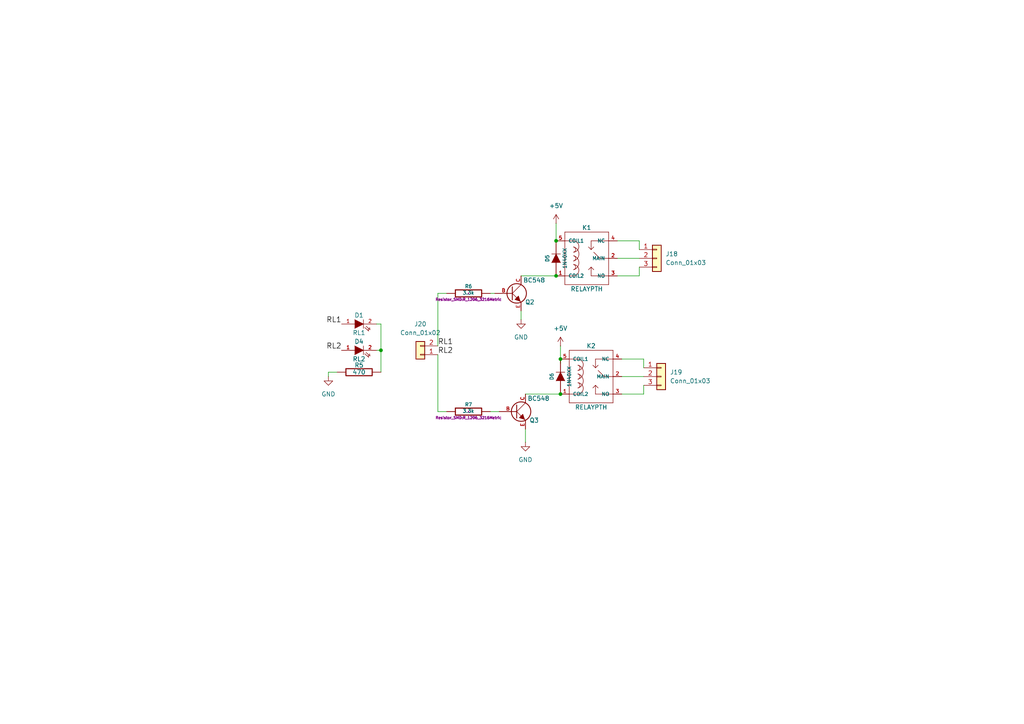
<source format=kicad_sch>
(kicad_sch (version 20250114) (generator "eeschema") (generator_version "9.0")
  (paper "A4")
  (lib_symbols
    (symbol "BC237_13" (pin_names (offset 1.016) (hide yes))
      (property "Reference" "Q" (at 5.08 -2.54 0))
      (property "Value" "BC237" (at 6.35 3.81 0))
      (symbol "BC237_13_0_1"
        (polyline (pts (xy 0 1.905) (xy 0 -1.905) (xy 0 -1.905)) (stroke (width 0.254)))
        (polyline (pts (xy 0 0) (xy 2.54 2.54)))
        (circle (center 1.27 0) (radius 2.8194) (stroke (width 0.254)))
        (polyline (pts (xy 1.27 -1.27) (xy 0 0) (xy 0 0)))
        (polyline (pts (xy 2.286 -2.286) (xy 2.54 -2.54) (xy 2.54 -2.54)))
        (polyline (pts (xy 2.286 -2.286) (xy 1.778 -0.762) (xy 0.762 -1.778) (xy 2.286 -2.286) (xy 2.286 -2.286)) (fill (type outline)))
      )
      (symbol "BC237_13_1_1"
        (pin input line (at -5.08 0 0) (length 5.08) (name "B") (number "B"))
        (pin passive line (at 2.54 5.08 270) (length 2.54) (name "C") (number "C"))
        (pin passive line (at 2.54 -5.08 90) (length 2.54) (name "E") (number "E"))
      )
    )
    (symbol "BC237_8" (pin_names (offset 1.016) (hide yes))
      (property "Reference" "Q" (at 5.08 -2.54 0))
      (property "Value" "BC237" (at 6.35 3.81 0))
      (symbol "BC237_8_0_1"
        (polyline (pts (xy 0 1.905) (xy 0 -1.905) (xy 0 -1.905)) (stroke (width 0.254)))
        (polyline (pts (xy 0 0) (xy 2.54 2.54)))
        (circle (center 1.27 0) (radius 2.8194) (stroke (width 0.254)))
        (polyline (pts (xy 1.27 -1.27) (xy 0 0) (xy 0 0)))
        (polyline (pts (xy 2.286 -2.286) (xy 2.54 -2.54) (xy 2.54 -2.54)))
        (polyline (pts (xy 2.286 -2.286) (xy 1.778 -0.762) (xy 0.762 -1.778) (xy 2.286 -2.286) (xy 2.286 -2.286)) (fill (type outline)))
      )
      (symbol "BC237_8_1_1"
        (pin input line (at -5.08 0 0) (length 5.08) (name "B") (number "B"))
        (pin passive line (at 2.54 5.08 270) (length 2.54) (name "C") (number "C"))
        (pin passive line (at 2.54 -5.08 90) (length 2.54) (name "E") (number "E"))
      )
    )
    (symbol "Connector_Generic:Conn_01x02" (pin_names (offset 1.016) (hide yes))
      (property "Reference" "J" (at 0 2.54 0))
      (property "Value" "Conn_01x02" (at 0 -5.08 0))
      (symbol "Conn_01x02_1_1"
        (rectangle (start -1.27 1.27) (end 1.27 -3.81) (stroke (width 0.254)) (fill (type background)))
        (rectangle (start -1.27 0.127) (end 0 -0.127) (stroke (width 0.1524)))
        (rectangle (start -1.27 -2.413) (end 0 -2.667) (stroke (width 0.1524)))
        (pin passive line (at -5.08 0 0) (length 3.81) (name "Pin_1") (number "1"))
        (pin passive line (at -5.08 -2.54 0) (length 3.81) (name "Pin_2") (number "2"))
      )
    )
    (symbol "Connector_Generic:Conn_01x03" (pin_names (offset 1.016) (hide yes))
      (property "Reference" "J" (at 0 5.08 0))
      (property "Value" "Conn_01x03" (at 0 -5.08 0))
      (symbol "Conn_01x03_1_1"
        (rectangle (start -1.27 3.81) (end 1.27 -3.81) (stroke (width 0.254)) (fill (type background)))
        (rectangle (start -1.27 2.667) (end 0 2.413) (stroke (width 0.1524)))
        (rectangle (start -1.27 0.127) (end 0 -0.127) (stroke (width 0.1524)))
        (rectangle (start -1.27 -2.413) (end 0 -2.667) (stroke (width 0.1524)))
        (pin passive line (at -5.08 2.54 0) (length 3.81) (name "Pin_1") (number "1"))
        (pin passive line (at -5.08 0 0) (length 3.81) (name "Pin_2") (number "2"))
        (pin passive line (at -5.08 -2.54 0) (length 3.81) (name "Pin_3") (number "3"))
      )
    )
    (symbol "DIODE_3" (pin_numbers (hide yes)) (pin_names (offset 1.016) (hide yes))
      (property "Reference" "D" (at 0 2.54 0))
      (property "Value" "DIODE" (at 0 -2.54 0))
      (symbol "DIODE_3_0_1"
        (polyline (pts (xy -1.27 1.27) (xy 1.27 0) (xy -1.27 -1.27)) (fill (type outline)))
        (polyline (pts (xy 1.27 1.27) (xy 1.27 -1.27)) (stroke (width 0.1524)))
      )
      (symbol "DIODE_3_1_1"
        (pin passive line (at -5.08 0 0) (length 3.81) (name "A") (number "1"))
        (pin passive line (at 5.08 0 180) (length 3.81) (name "K") (number "2"))
      )
    )
    (symbol "DIODE_4" (pin_numbers (hide yes)) (pin_names (offset 1.016) (hide yes))
      (property "Reference" "D" (at 0 2.54 0))
      (property "Value" "DIODE" (at 0 -2.54 0))
      (symbol "DIODE_4_0_1"
        (polyline (pts (xy -1.27 1.27) (xy 1.27 0) (xy -1.27 -1.27)) (fill (type outline)))
        (polyline (pts (xy 1.27 1.27) (xy 1.27 -1.27)) (stroke (width 0.1524)))
      )
      (symbol "DIODE_4_1_1"
        (pin passive line (at -5.08 0 0) (length 3.81) (name "A") (number "1"))
        (pin passive line (at 5.08 0 180) (length 3.81) (name "K") (number "2"))
      )
    )
    (symbol "LED_3" (pin_names (offset 1.016) (hide yes))
      (property "Reference" "D" (at 0 2.54 0))
      (property "Value" "LED" (at 0 -2.54 0))
      (symbol "LED_3_0_1"
        (polyline (pts (xy -1.27 1.27) (xy 1.27 0) (xy -1.27 -1.27)) (fill (type outline)))
        (polyline (pts (xy 1.27 1.27) (xy 1.27 -1.27)))
        (polyline (pts (xy 1.651 -1.016) (xy 2.794 -2.032) (xy 2.667 -1.397)))
        (polyline (pts (xy 2.032 -0.635) (xy 3.175 -1.651) (xy 3.048 -1.016)))
      )
      (symbol "LED_3_1_1"
        (pin passive line (at -5.08 0 0) (length 3.81) (name "A") (number "1"))
        (pin passive line (at 5.08 0 180) (length 3.81) (name "K") (number "2"))
      )
    )
    (symbol "LED_4" (pin_names (offset 1.016) (hide yes))
      (property "Reference" "D" (at 0 2.54 0))
      (property "Value" "LED" (at 0 -2.54 0))
      (symbol "LED_4_0_1"
        (polyline (pts (xy -1.27 1.27) (xy 1.27 0) (xy -1.27 -1.27)) (fill (type outline)))
        (polyline (pts (xy 1.27 1.27) (xy 1.27 -1.27)))
        (polyline (pts (xy 1.651 -1.016) (xy 2.794 -2.032) (xy 2.667 -1.397)))
        (polyline (pts (xy 2.032 -0.635) (xy 3.175 -1.651) (xy 3.048 -1.016)))
      )
      (symbol "LED_4_1_1"
        (pin passive line (at -5.08 0 0) (length 3.81) (name "A") (number "1"))
        (pin passive line (at 5.08 0 180) (length 3.81) (name "K") (number "2"))
      )
    )
    (symbol "RELAYPTH_3" (pin_names (offset 1.016))
      (property "Reference" "K" (at -1.27 8.89 0))
      (property "Value" "RELAYPTH" (at -1.27 -8.89 0))
      (symbol "RELAYPTH_3_1_0"
        (polyline (pts (xy -7.62 7.62) (xy 5.08 7.62)))
        (polyline (pts (xy -7.62 5.08) (xy -7.62 7.62)))
        (polyline (pts (xy -7.62 5.08) (xy -5.08 5.08)))
        (polyline (pts (xy -7.62 -5.08) (xy -7.62 5.08)))
        (polyline (pts (xy -7.62 -5.08) (xy -5.08 -5.08)))
        (polyline (pts (xy -7.62 -7.62) (xy -7.62 -5.08)))
        (polyline (pts (xy 0 5.08) (xy 0 2.54)))
        (polyline (pts (xy 0 2.54) (xy -0.762 3.302)))
        (polyline (pts (xy 0 2.54) (xy 0.762 3.302)))
        (polyline (pts (xy 0 -2.54) (xy -0.762 -3.302)))
        (polyline (pts (xy 0 -2.54) (xy 0.762 -3.302)))
        (polyline (pts (xy 0 -5.08) (xy 0 -2.54)))
        (polyline (pts (xy 2.54 0) (xy 0.762 1.778)))
        (polyline (pts (xy 5.08 7.62) (xy 5.08 5.08)))
        (polyline (pts (xy 5.08 5.08) (xy 0 5.08)))
        (polyline (pts (xy 5.08 5.08) (xy 5.08 0)))
        (polyline (pts (xy 5.08 0) (xy 2.54 0)))
        (polyline (pts (xy 5.08 0) (xy 5.08 -5.08)))
        (polyline (pts (xy 5.08 -5.08) (xy 0 -5.08)))
        (polyline (pts (xy 5.08 -5.08) (xy 5.08 -7.62)))
        (polyline (pts (xy 5.08 -7.62) (xy -7.62 -7.62)))
      )
      (symbol "RELAYPTH_3_1_1"
        (arc (start -5.08 0.762) (mid -3.5499 -1.27) (end -5.08 -3.302))
        (arc (start -5.08 3.302) (mid -3.5314 1.27) (end -5.08 -0.762))
        (arc (start -5.08 3.302) (mid -4.4946 2.54) (end -5.08 1.778))
        (arc (start -5.08 0.762) (mid -4.4946 0) (end -5.08 -0.762))
        (arc (start -5.08 -1.778) (mid -4.4946 -2.54) (end -5.08 -3.302))
        (arc (start -5.08 5.08) (mid -3.5511 3.429) (end -5.08 1.778))
        (arc (start -5.08 -1.778) (mid -3.5511 -3.429) (end -5.08 -5.08))
        (pin bidirectional line (at -10.16 5.08 0) (length 2.54) (name "COIL1") (number "5"))
        (pin bidirectional line (at -10.16 -5.08 0) (length 2.54) (name "COIL2") (number "1"))
        (pin bidirectional line (at 7.62 5.08 180) (length 2.54) (name "NC") (number "4"))
        (pin bidirectional line (at 7.62 0 180) (length 2.54) (name "MAIN") (number "2"))
        (pin bidirectional line (at 7.62 -5.08 180) (length 2.54) (name "NO") (number "3"))
      )
    )
    (symbol "RELAYPTH_4" (pin_names (offset 1.016))
      (property "Reference" "K" (at -1.27 8.89 0))
      (property "Value" "RELAYPTH" (at -1.27 -8.89 0))
      (symbol "RELAYPTH_4_1_0"
        (polyline (pts (xy -7.62 7.62) (xy 5.08 7.62)))
        (polyline (pts (xy -7.62 5.08) (xy -7.62 7.62)))
        (polyline (pts (xy -7.62 5.08) (xy -5.08 5.08)))
        (polyline (pts (xy -7.62 -5.08) (xy -7.62 5.08)))
        (polyline (pts (xy -7.62 -5.08) (xy -5.08 -5.08)))
        (polyline (pts (xy -7.62 -7.62) (xy -7.62 -5.08)))
        (polyline (pts (xy 0 5.08) (xy 0 2.54)))
        (polyline (pts (xy 0 2.54) (xy -0.762 3.302)))
        (polyline (pts (xy 0 2.54) (xy 0.762 3.302)))
        (polyline (pts (xy 0 -2.54) (xy -0.762 -3.302)))
        (polyline (pts (xy 0 -2.54) (xy 0.762 -3.302)))
        (polyline (pts (xy 0 -5.08) (xy 0 -2.54)))
        (polyline (pts (xy 2.54 0) (xy 0.762 1.778)))
        (polyline (pts (xy 5.08 7.62) (xy 5.08 5.08)))
        (polyline (pts (xy 5.08 5.08) (xy 0 5.08)))
        (polyline (pts (xy 5.08 5.08) (xy 5.08 0)))
        (polyline (pts (xy 5.08 0) (xy 2.54 0)))
        (polyline (pts (xy 5.08 0) (xy 5.08 -5.08)))
        (polyline (pts (xy 5.08 -5.08) (xy 0 -5.08)))
        (polyline (pts (xy 5.08 -5.08) (xy 5.08 -7.62)))
        (polyline (pts (xy 5.08 -7.62) (xy -7.62 -7.62)))
      )
      (symbol "RELAYPTH_4_1_1"
        (arc (start -5.08 0.762) (mid -3.5499 -1.27) (end -5.08 -3.302))
        (arc (start -5.08 3.302) (mid -3.5314 1.27) (end -5.08 -0.762))
        (arc (start -5.08 3.302) (mid -4.4946 2.54) (end -5.08 1.778))
        (arc (start -5.08 0.762) (mid -4.4946 0) (end -5.08 -0.762))
        (arc (start -5.08 -1.778) (mid -4.4946 -2.54) (end -5.08 -3.302))
        (arc (start -5.08 5.08) (mid -3.5511 3.429) (end -5.08 1.778))
        (arc (start -5.08 -1.778) (mid -3.5511 -3.429) (end -5.08 -5.08))
        (pin bidirectional line (at -10.16 5.08 0) (length 2.54) (name "COIL1") (number "5"))
        (pin bidirectional line (at -10.16 -5.08 0) (length 2.54) (name "COIL2") (number "1"))
        (pin bidirectional line (at 7.62 5.08 180) (length 2.54) (name "NC") (number "4"))
        (pin bidirectional line (at 7.62 0 180) (length 2.54) (name "MAIN") (number "2"))
        (pin bidirectional line (at 7.62 -5.08 180) (length 2.54) (name "NO") (number "3"))
      )
    )
    (symbol "R_13" (pin_numbers (hide yes)) (pin_names (offset 0))
      (property "Reference" "R" (at 2.032 0 90))
      (property "Value" "R" (at 0.1778 0.0254 90))
      (symbol "R_13_0_1"
        (rectangle (start -1.016 3.81) (end 1.016 -3.81) (stroke (width 0.3048)))
      )
      (symbol "R_13_1_1"
        (pin passive line (at 0 6.35 270) (length 2.54) (name "~") (number "1"))
        (pin passive line (at 0 -6.35 90) (length 2.54) (name "~") (number "2"))
      )
    )
    (symbol "R_14" (pin_numbers (hide yes)) (pin_names (offset 0))
      (property "Reference" "R" (at 2.032 0 90))
      (property "Value" "R" (at 0.1778 0.0254 90))
      (symbol "R_14_0_1"
        (rectangle (start -1.016 3.81) (end 1.016 -3.81) (stroke (width 0.3048)))
      )
      (symbol "R_14_1_1"
        (pin passive line (at 0 6.35 270) (length 2.54) (name "~") (number "1"))
        (pin passive line (at 0 -6.35 90) (length 2.54) (name "~") (number "2"))
      )
    )
    (symbol "R_24" (pin_numbers (hide yes)) (pin_names (offset 0))
      (property "Reference" "R" (at 2.032 0 90))
      (property "Value" "R" (at 0.1778 0.0254 90))
      (symbol "R_24_0_1"
        (rectangle (start -1.016 3.81) (end 1.016 -3.81) (stroke (width 0.3048)))
      )
      (symbol "R_24_1_1"
        (pin passive line (at 0 6.35 270) (length 2.54) (name "~") (number "1"))
        (pin passive line (at 0 -6.35 90) (length 2.54) (name "~") (number "2"))
      )
    )
    (symbol "power:+5V" (power) (pin_numbers (hide yes)) (pin_names (offset 0) (hide yes))
      (property "Value" "+5V" (at 0 3.556 0))
      (symbol "+5V_0_1"
        (polyline (pts (xy -0.762 1.27) (xy 0 2.54)))
        (polyline (pts (xy 0 2.54) (xy 0.762 1.27)))
        (polyline (pts (xy 0 0) (xy 0 2.54)))
      )
      (symbol "+5V_1_1"
        (pin power_in line (at 0 0 90) (length 0) (name "~") (number "1"))
      )
    )
    (symbol "power:GND" (power) (pin_numbers (hide yes)) (pin_names (offset 0) (hide yes))
      (property "Value" "GND" (at 0 -3.81 0))
      (symbol "GND_0_1"
        (polyline (pts (xy 0 0) (xy 0 -1.27) (xy 1.27 -1.27) (xy 0 -2.54) (xy -1.27 -1.27) (xy 0 -1.27)))
      )
      (symbol "GND_1_1"
        (pin power_in line (at 0 0 270) (length 0) (name "~") (number "1"))
      )
    )
  )
  (junction (at 161.29 80.01))
  (junction (at 162.56 114.3))
  (junction (at 110.49 101.6))
  (junction (at 162.56 104.14))
  (junction (at 161.29 69.85))
  (wire (pts (xy 110.49 101.6) (xy 110.49 107.95)))
  (wire (pts (xy 186.69 114.3) (xy 186.69 111.76)))
  (wire (pts (xy 152.4 124.46) (xy 152.4 128.27)))
  (wire (pts (xy 179.07 69.85) (xy 185.42 69.85)))
  (wire (pts (xy 185.42 80.01) (xy 185.42 77.47)))
  (wire (pts (xy 95.25 109.22) (xy 95.25 107.95)))
  (wire (pts (xy 152.4 114.3) (xy 162.56 114.3)))
  (wire (pts (xy 180.34 109.22) (xy 186.69 109.22)))
  (wire (pts (xy 162.56 100.33) (xy 162.56 104.14)))
  (wire (pts (xy 127 102.87) (xy 127 119.38)))
  (wire (pts (xy 127 85.09) (xy 129.54 85.09)))
  (wire (pts (xy 179.07 80.01) (xy 185.42 80.01)))
  (wire (pts (xy 185.42 69.85) (xy 185.42 72.39)))
  (wire (pts (xy 162.56 104.14) (xy 162.56 105.41)))
  (wire (pts (xy 151.13 92.71) (xy 151.13 90.17)))
  (wire (pts (xy 142.24 85.09) (xy 143.51 85.09)))
  (wire (pts (xy 180.34 104.14) (xy 186.69 104.14)))
  (wire (pts (xy 127 100.33) (xy 127 85.09)))
  (wire (pts (xy 186.69 104.14) (xy 186.69 106.68)))
  (wire (pts (xy 127 119.38) (xy 129.54 119.38)))
  (wire (pts (xy 109.22 93.98) (xy 110.49 93.98)))
  (wire (pts (xy 109.22 101.6) (xy 110.49 101.6)))
  (wire (pts (xy 151.13 80.01) (xy 161.29 80.01)))
  (wire (pts (xy 110.49 93.98) (xy 110.49 101.6)))
  (wire (pts (xy 179.07 74.93) (xy 185.42 74.93)))
  (wire (pts (xy 95.25 107.95) (xy 97.79 107.95)))
  (wire (pts (xy 142.24 119.38) (xy 144.78 119.38)))
  (wire (pts (xy 161.29 64.77) (xy 161.29 69.85)))
  (wire (pts (xy 180.34 114.3) (xy 186.69 114.3)))
  (label "RL1" (at 127 100.33 0) (effects (font (size 1.524 1.524))))
  (label "RL1" (at 99.06 93.98 180) (effects (font (size 1.524 1.524))))
  (label "RL2" (at 127 102.87 0) (effects (font (size 1.524 1.524))))
  (label "RL2" (at 99.06 101.6 180) (effects (font (size 1.524 1.524))))
  (symbol (lib_name "LED_3") (lib_id "Ultra_DB_X51_v1-rescue:LED") (at 104.14 101.6 0) (unit 1)
    (property "Reference" "D4" (at 104.14 99.06 0))
    (property "Value" "RL2" (at 104.14 104.14 0))
  )
  (symbol (lib_name "DIODE_3") (lib_id "Ultra_DB_X51_v1-rescue:DIODE") (at 162.56 109.22 90) (unit 1)
    (property "Reference" "D6" (at 160.02 109.22 0) (effects (font (size 1.016 1.016))))
    (property "Value" "1N40XX" (at 165.1 109.22 0) (effects (font (size 1.016 1.016))))
  )
  (symbol (lib_name "DIODE_4") (lib_id "Ultra_DB_X51_v1-rescue:DIODE") (at 161.29 74.93 90) (unit 1)
    (property "Reference" "D5" (at 158.75 74.93 0) (effects (font (size 1.016 1.016))))
    (property "Value" "1N40XX" (at 163.83 74.93 0) (effects (font (size 1.016 1.016))))
  )
  (symbol (lib_name "RELAYPTH_3") (lib_id "Ultra_DB_X51_v1-rescue:RELAYPTH") (at 172.72 109.22 0) (unit 1)
    (property "Reference" "K2" (at 171.45 100.33 0))
    (property "Value" "RELAYPTH" (at 171.45 118.11 0))
  )
  (symbol (lib_name "RELAYPTH_4") (lib_id "Ultra_DB_X51_v1-rescue:RELAYPTH") (at 171.45 74.93 0) (unit 1)
    (property "Reference" "K1" (at 170.18 66.04 0))
    (property "Value" "RELAYPTH" (at 170.18 83.82 0))
  )
  (symbol (lib_name "BC237_8") (lib_id "Ultra_DB_X51_v1-rescue:BC237") (at 148.59 85.09 0) (unit 1)
    (property "Reference" "Q2" (at 153.67 87.63 0))
    (property "Value" "BC548" (at 154.94 81.28 0))
    (property "Footprint" "TO92-EBC" (effects (hide yes)))
  )
  (symbol (lib_name "BC237_13") (lib_id "Ultra_DB_X51_v1-rescue:BC237") (at 149.86 119.38 0) (unit 1)
    (property "Reference" "Q3" (at 154.94 121.92 0))
    (property "Value" "BC548" (at 156.21 115.57 0))
    (property "Footprint" "TO92-EBC" (effects (hide yes)))
  )
  (symbol (lib_id "power:GND") (at 95.25 109.22 0) (unit 1)
    (property "Reference" "#PWR05" (effects (hide yes)))
    (property "Value" "GND" (at 95.25 114.3 0))
    (property "Description" "Power symbol creates a global label with name \"GND\" , ground" (effects (hide yes)))
  )
  (symbol (lib_id "power:+5V") (at 162.56 100.33 0) (unit 1)
    (property "Reference" "#PWR037" (effects (hide yes)))
    (property "Value" "+5V" (at 162.56 95.25 0))
    (property "Description" "Power symbol creates a global label with name \"+5V\"" (effects (hide yes)))
  )
  (symbol (lib_id "power:+5V") (at 161.29 64.77 0) (unit 1)
    (property "Reference" "#PWR036" (effects (hide yes)))
    (property "Value" "+5V" (at 161.29 59.69 0))
    (property "Description" "Power symbol creates a global label with name \"+5V\"" (effects (hide yes)))
  )
  (symbol (lib_name "LED_4") (lib_id "Ultra_DB_X51_v1-rescue:LED") (at 104.14 93.98 0) (unit 1)
    (property "Reference" "D1" (at 104.14 91.44 0))
    (property "Value" "RL1" (at 104.14 96.52 0))
  )
  (symbol (lib_id "power:GND") (at 151.13 92.71 0) (unit 1)
    (property "Reference" "#PWR034" (effects (hide yes)))
    (property "Value" "GND" (at 151.13 97.79 0))
    (property "Description" "Power symbol creates a global label with name \"GND\" , ground" (effects (hide yes)))
  )
  (symbol (lib_id "power:GND") (at 152.4 128.27 0) (unit 1)
    (property "Reference" "#PWR035" (effects (hide yes)))
    (property "Value" "GND" (at 152.4 133.35 0))
    (property "Description" "Power symbol creates a global label with name \"GND\" , ground" (effects (hide yes)))
  )
  (symbol (lib_id "Connector_Generic:Conn_01x03") (at 190.5 74.93 0) (unit 1)
    (property "Reference" "J18" (at 193.04 73.6599 0) (effects (justify left)))
    (property "Value" "Conn_01x03" (at 193.04 76.1999 0) (effects (justify left)))
    (property "Description" "Generic connector, single row, 01x03, script generated (kicad-library-utils/schlib/autogen/connector/)" (effects (hide yes)))
  )
  (symbol (lib_name "R_14") (lib_id "Ultra_DB_X51_v1-rescue:R") (at 135.89 85.09 90) (unit 1)
    (property "Reference" "R6" (at 135.89 83.058 90) (effects (font (size 1.016 1.016))))
    (property "Value" "3.3k" (at 135.8646 84.9122 90) (effects (font (size 1.016 1.016))))
    (property "Footprint" "Resistor_SMD:R_1206_3216Metric" (at 135.89 86.868 90) (effects (font (size 0.762 0.762))))
    (property "Datasheet" "~" (at 135.89 85.09 0) (effects (font (size 0.762 0.762))))
  )
  (symbol (lib_id "Connector_Generic:Conn_01x03") (at 191.77 109.22 0) (unit 1)
    (property "Reference" "J19" (at 194.31 107.9499 0) (effects (justify left)))
    (property "Value" "Conn_01x03" (at 194.31 110.4899 0) (effects (justify left)))
    (property "Description" "Generic connector, single row, 01x03, script generated (kicad-library-utils/schlib/autogen/connector/)" (effects (hide yes)))
  )
  (symbol (lib_id "Connector_Generic:Conn_01x02") (at 121.92 102.87 180) (unit 1)
    (property "Reference" "J20" (at 121.92 93.98 0))
    (property "Value" "Conn_01x02" (at 121.92 96.52 0))
    (property "Description" "Generic connector, single row, 01x02, script generated (kicad-library-utils/schlib/autogen/connector/)" (effects (hide yes)))
  )
  (symbol (lib_name "R_13") (lib_id "Ultra_DB_X51_v1-rescue:R") (at 104.14 107.95 90) (unit 1)
    (property "Reference" "R5" (at 104.14 105.918 90))
    (property "Value" "470" (at 104.14 107.95 90))
    (property "Footprint" "Resistor_SMD:R_1206_3216Metric" (effects (hide yes)))
  )
  (symbol (lib_name "R_24") (lib_id "Ultra_DB_X51_v1-rescue:R") (at 135.89 119.38 90) (unit 1)
    (property "Reference" "R7" (at 135.89 117.348 90) (effects (font (size 1.016 1.016))))
    (property "Value" "3.3k" (at 135.8646 119.2022 90) (effects (font (size 1.016 1.016))))
    (property "Footprint" "Resistor_SMD:R_1206_3216Metric" (at 135.89 121.158 90) (effects (font (size 0.762 0.762))))
    (property "Datasheet" "~" (at 135.89 119.38 0) (effects (font (size 0.762 0.762))))
  )
)
</source>
